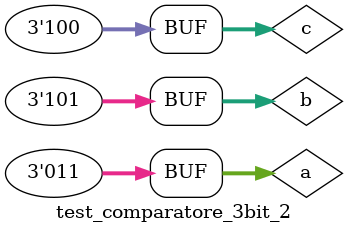
<source format=v>
`timescale 1ns / 1ps


module test_comparatore_3bit_2;

	// Inputs
	reg [2:0] a;
	reg [2:0] b;
	reg [2:0] c;

	// Outputs
	wire out;

	// Instantiate the Unit Under Test (UUT)
	comparatore_3bit uut (
		.a(a), 
		.b(b), 
		.c(c), 
		.out(out)
	);

	initial begin
		// Initialize Inputs
		a = 0;
		b = 0;
		c = 0;

		// Wait 100 ns for global reset to finish
		#100;
        
		// Add stimulus here
		
		
		a = 0;
		b = 3;
		c = 5;
		#100;
		
		a = 1;
		b = 7;
		c = 5;
		#100;
		
		a = 2;
		b = 1;
		c = 5;
		#100;
		
		a = 3;
		b = 3;
		c = 4;
		#100;
		
		a = 1;
		b = 4;
		c = 5;
		#100;
		
		a = 1;
		b = 7;
		c = 1;
		#100;

		
		a = 3;
		b = 5;
		c = 1;
		#100;
		
		a = 3;
		b = 4;
		c = 1;
		#100;
		
		a = 3;
		b = 5;
		c = 4;
		#100;
		
		
		
		
		

	end
      
endmodule


</source>
